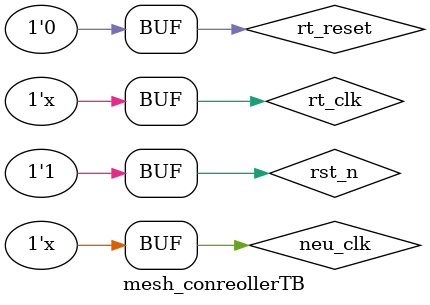
<source format=v>
`timescale 1ns/100ps
`define tpd_clk 10

module mesh_conreollerTB();

reg neu_clk, rt_reset,rst_n, rt_clk;
wire [31:0] spike_packet;
wire write_req, start;

mesh_controller uut (.neu_clk(neu_clk), .rst_n(rst_n), .start(start), .spike_packet(spike_packet), .write_req(write_req));



always
	begin
		#5 rt_clk <= ~rt_clk  ;
	end

always
	begin
		#(`tpd_clk) neu_clk <= ~neu_clk  ;
	end

initial
    begin
        neu_clk  = 1'b0;
		rst_n = 1'b0;	
		#(`tpd_clk*2);
		rst_n = 1'b1;
        #1000 rst_n = 1'b1;
    end

initial
    begin
        rt_clk = 1'b0;
        rt_reset = 1'b1;
    #6  rt_reset = 1'b0;
    #1000 rt_reset = 1'b0;


    end
endmodule

</source>
